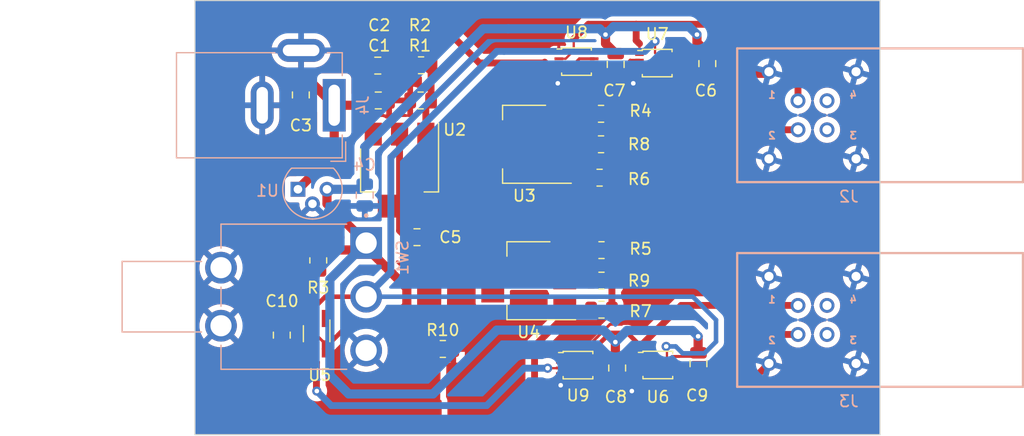
<source format=kicad_pcb>
(kicad_pcb (version 20221018) (generator pcbnew)
  (layers (0 "F.Cu" signal) (31 "B.Cu" signal) (34 "B.Paste" user) (35 "F.Paste" user) (36 "B.SilkS" user "B.Silkscreen") (37 "F.SilkS" user "F.Silkscreen") (38 "B.Mask" user) (39 "F.Mask" user) (44 "Edge.Cuts" user))
  (net 0 "")
  (net 1 "/VIN")
  (net 2 "GND")
  (net 3 "+5V")
  (net 4 "/5V_REG")
  (net 5 "/CH1+")
  (net 6 "/CH1-")
  (net 7 "/CH2+")
  (net 8 "/CH2-")
  (net 9 "Net-(U2-SET)")
  (net 10 "Net-(R4-Pad1)")
  (net 11 "Net-(R4-Pad2)")
  (net 12 "Net-(R5-Pad1)")
  (net 13 "Net-(R5-Pad2)")
  (net 14 "Net-(R6-Pad1)")
  (net 15 "/1mADC_CH1")
  (net 16 "Net-(R7-Pad1)")
  (net 17 "/1mADC_CH2")
  (net 18 "/IN")
  (net 19 "/~{IN}")
  (net 24 "GNDA")
  (footprint "Resistor_SMD:R_0805_2012Metric" (layer "F.Cu") (at 31.816 40.996 180)
    (fp_text reference "R1" (at 0.066 4.801) (layer "F.SilkS"))
    (fp_text value "1M")
    (pad "1" smd roundrect (at -0.9125 0 180) (size 1.025 1.4) (layers "F.Cu" "F.Paste" "F.Mask") (roundrect_rratio 0.243902) (net 9 "Net-(U2-SET)"))
    (pad "2" smd roundrect (at 0.9125 0 180) (size 1.025 1.4) (layers "F.Cu" "F.Paste" "F.Mask") (roundrect_rratio 0.243902) (net 2 "GND"))
  )
  (footprint "Resistor_SMD:R_0805_2012Metric" (layer "F.Cu") (at 47.63825 54.09025)
    (fp_text reference "R5" (at 3.41575 -0.11525) (layer "F.SilkS"))
    (fp_text value "100")
    (pad "1" smd roundrect (at -0.9125 0) (size 1.025 1.4) (layers "F.Cu" "F.Paste" "F.Mask") (roundrect_rratio 0.243902) (net 12 "Net-(R5-Pad1)"))
    (pad "2" smd roundrect (at 0.9125 0) (size 1.025 1.4) (layers "F.Cu" "F.Paste" "F.Mask") (roundrect_rratio 0.243902) (net 13 "Net-(R5-Pad2)"))
  )
  (footprint "Resistor_SMD:R_0805_2012Metric" (layer "F.Cu") (at 47.6 42.164)
    (fp_text reference "R4" (at 3.454 -0.254) (layer "F.SilkS"))
    (fp_text value "100")
    (pad "1" smd roundrect (at -0.9125 0) (size 1.025 1.4) (layers "F.Cu" "F.Paste" "F.Mask") (roundrect_rratio 0.243902) (net 10 "Net-(R4-Pad1)"))
    (pad "2" smd roundrect (at 0.9125 0) (size 1.025 1.4) (layers "F.Cu" "F.Paste" "F.Mask") (roundrect_rratio 0.243902) (net 11 "Net-(R4-Pad2)"))
  )
  (footprint "Package_SO:VSSOP-8_2.4x2.1mm_P0.5mm" (layer "F.Cu") (at 52.567 64.139)
    (fp_text reference "U6" (at 0.011 2.79) (layer "F.SilkS"))
    (fp_text value "TS5A21366")
    (pad "1" smd rect (at -1.55 -0.75) (size 0.75 0.25) (layers "F.Cu" "F.Paste" "F.Mask") (net 7 "/CH2+"))
    (pad "2" smd rect (at -1.55 -0.25) (size 0.75 0.25) (layers "F.Cu" "F.Paste" "F.Mask") (net 17 "/1mADC_CH2"))
    (pad "3" smd rect (at -1.55 0.25) (size 0.75 0.25) (layers "F.Cu" "F.Paste" "F.Mask") (net 18 "/IN"))
    (pad "4" smd rect (at -1.55 0.75) (size 0.75 0.25) (layers "F.Cu" "F.Paste" "F.Mask") (net 2 "GND"))
    (pad "5" smd rect (at 1.55 0.75) (size 0.75 0.25) (layers "F.Cu" "F.Paste" "F.Mask") (net 24 "GNDA"))
    (pad "6" smd rect (at 1.55 0.25) (size 0.75 0.25) (layers "F.Cu" "F.Paste" "F.Mask") (net 8 "/CH2-"))
    (pad "7" smd rect (at 1.55 -0.25) (size 0.75 0.25) (layers "F.Cu" "F.Paste" "F.Mask") (net 18 "/IN"))
    (pad "8" smd rect (at 1.55 -0.75) (size 0.75 0.25) (layers "F.Cu" "F.Paste" "F.Mask") (net 3 "+5V"))
  )
  (footprint "Package_TO_SOT_SMD:SOT-353_SC-70-5_Handsoldering" (layer "F.Cu") (at 22.718 61.401 -90)
    (fp_text reference "U5" (at 3.623 -0.269 -180) (layer "F.SilkS"))
    (fp_text value "74AHC1G04")
    (pad "1" smd rect (at -1.33 -0.65 270) (size 1.5 0.4) (layers "F.Cu" "F.Paste" "F.Mask"))
    (pad "2" smd rect (at -1.33 0 270) (size 1.5 0.4) (layers "F.Cu" "F.Paste" "F.Mask") (net 18 "/IN"))
    (pad "3" smd rect (at -1.33 0.65 270) (size 1.5 0.4) (layers "F.Cu" "F.Paste" "F.Mask") (net 2 "GND"))
    (pad "4" smd rect (at 1.33 0.65 270) (size 1.5 0.4) (layers "F.Cu" "F.Paste" "F.Mask") (net 19 "/~{IN}"))
    (pad "5" smd rect (at 1.33 -0.65 270) (size 1.5 0.4) (layers "F.Cu" "F.Paste" "F.Mask") (net 3 "+5V"))
  )
  (footprint "Resistor_SMD:R_0805_2012Metric" (layer "F.Cu") (at 33.7585 62.738)
    (fp_text reference "R10" (at 0 -1.65) (layer "F.SilkS"))
    (fp_text value "0")
    (pad "1" smd roundrect (at -0.9125 0) (size 1.025 1.4) (layers "F.Cu" "F.Paste" "F.Mask") (roundrect_rratio 0.243902) (net 2 "GND"))
    (pad "2" smd roundrect (at 0.9125 0) (size 1.025 1.4) (layers "F.Cu" "F.Paste" "F.Mask") (roundrect_rratio 0.243902) (net 24 "GNDA"))
  )
  (footprint "Capacitor_SMD:C_0805_2012Metric" (layer "F.Cu") (at 19.67 61.528 90)
    (fp_text reference "C10" (at 2.981 0.015 180) (layer "F.SilkS"))
    (fp_text value "0.1uF")
    (pad "1" smd roundrect (at -0.95 0 90) (size 1 1.45) (layers "F.Cu" "F.Paste" "F.Mask") (net 3 "+5V"))
    (pad "2" smd roundrect (at 0.95 0 90) (size 1 1.45) (layers "F.Cu" "F.Paste" "F.Mask") (net 2 "GND"))
  )
  (footprint "Package_SO:VSSOP-8_2.4x2.1mm_P0.5mm" (layer "F.Cu") (at 45.451 37.596)
    (fp_text reference "U8" (at 0 -2.54) (layer "F.SilkS"))
    (fp_text value "TS5A21366")
    (pad "1" smd rect (at -1.55 -0.75) (size 0.75 0.25) (layers "F.Cu" "F.Paste" "F.Mask") (net 24 "GNDA"))
    (pad "2" smd rect (at -1.55 -0.25) (size 0.75 0.25) (layers "F.Cu" "F.Paste" "F.Mask") (net 5 "/CH1+"))
    (pad "3" smd rect (at -1.55 0.25) (size 0.75 0.25) (layers "F.Cu" "F.Paste" "F.Mask") (net 19 "/~{IN}"))
    (pad "4" smd rect (at -1.55 0.75) (size 0.75 0.25) (layers "F.Cu" "F.Paste" "F.Mask") (net 2 "GND"))
    (pad "5" smd rect (at 1.55 0.75) (size 0.75 0.25) (layers "F.Cu" "F.Paste" "F.Mask") (net 6 "/CH1-"))
    (pad "6" smd rect (at 1.55 0.25) (size 0.75 0.25) (layers "F.Cu" "F.Paste" "F.Mask") (net 15 "/1mADC_CH1"))
    (pad "7" smd rect (at 1.55 -0.25) (size 0.75 0.25) (layers "F.Cu" "F.Paste" "F.Mask") (net 19 "/~{IN}"))
    (pad "8" smd rect (at 1.55 -0.75) (size 0.75 0.25) (layers "F.Cu" "F.Paste" "F.Mask") (net 3 "+5V"))
  )
  (footprint "Resistor_SMD:R_0805_2012Metric" (layer "F.Cu") (at 47.63825 59.29725)
    (fp_text reference "R7" (at 3.41575 0.13875) (layer "F.SilkS"))
    (fp_text value "22K")
    (pad "1" smd roundrect (at -0.9125 0) (size 1.025 1.4) (layers "F.Cu" "F.Paste" "F.Mask") (roundrect_rratio 0.243902) (net 16 "Net-(R7-Pad1)"))
    (pad "2" smd roundrect (at 0.9125 0) (size 1.025 1.4) (layers "F.Cu" "F.Paste" "F.Mask") (roundrect_rratio 0.243902) (net 17 "/1mADC_CH2"))
  )
  (footprint "Capacitor_SMD:C_0805_2012Metric" (layer "F.Cu") (at 48.88 37.85 -90)
    (fp_text reference "C7" (at 2.282 0.112 -180) (layer "F.SilkS"))
    (fp_text value "0.1uF")
    (pad "1" smd roundrect (at -0.95 0 270) (size 1 1.45) (layers "F.Cu" "F.Paste" "F.Mask") (net 3 "+5V"))
    (pad "2" smd roundrect (at 0.95 0 270) (size 1 1.45) (layers "F.Cu" "F.Paste" "F.Mask") (net 2 "GND"))
  )
  (footprint "Capacitor_SMD:C_0805_2012Metric" (layer "F.Cu") (at 49.011 64.405 -90)
    (fp_text reference "C8" (at 2.524 0.116 -180) (layer "F.SilkS"))
    (fp_text value "0.1uF")
    (pad "1" smd roundrect (at -0.95 0 270) (size 1 1.45) (layers "F.Cu" "F.Paste" "F.Mask") (net 3 "+5V"))
    (pad "2" smd roundrect (at 0.95 0 270) (size 1 1.45) (layers "F.Cu" "F.Paste" "F.Mask") (net 2 "GND"))
  )
  (footprint "Capacitor_SMD:C_0805_2012Metric" (layer "F.Cu") (at 56.123 64.024 -90)
    (fp_text reference "C9" (at 2.778 0.116 -180) (layer "F.SilkS"))
    (fp_text value "0.1uF")
    (pad "1" smd roundrect (at -0.95 0 270) (size 1 1.45) (layers "F.Cu" "F.Paste" "F.Mask") (net 3 "+5V"))
    (pad "2" smd roundrect (at 0.95 0 270) (size 1 1.45) (layers "F.Cu" "F.Paste" "F.Mask") (net 2 "GND"))
  )
  (footprint "Package_SO:VSSOP-8_2.4x2.1mm_P0.5mm" (layer "F.Cu") (at 52.5105 37.727)
    (fp_text reference "U7" (at 0 -2.54) (layer "F.SilkS"))
    (fp_text value "TS5A21366")
    (pad "1" smd rect (at -1.55 -0.75) (size 0.75 0.25) (layers "F.Cu" "F.Paste" "F.Mask") (net 5 "/CH1+"))
    (pad "2" smd rect (at -1.55 -0.25) (size 0.75 0.25) (layers "F.Cu" "F.Paste" "F.Mask") (net 15 "/1mADC_CH1"))
    (pad "3" smd rect (at -1.55 0.25) (size 0.75 0.25) (layers "F.Cu" "F.Paste" "F.Mask") (net 18 "/IN"))
    (pad "4" smd rect (at -1.55 0.75) (size 0.75 0.25) (layers "F.Cu" "F.Paste" "F.Mask") (net 2 "GND"))
    (pad "5" smd rect (at 1.55 0.75) (size 0.75 0.25) (layers "F.Cu" "F.Paste" "F.Mask") (net 24 "GNDA"))
    (pad "6" smd rect (at 1.55 0.25) (size 0.75 0.25) (layers "F.Cu" "F.Paste" "F.Mask") (net 6 "/CH1-"))
    (pad "7" smd rect (at 1.55 -0.25) (size 0.75 0.25) (layers "F.Cu" "F.Paste" "F.Mask") (net 18 "/IN"))
    (pad "8" smd rect (at 1.55 -0.75) (size 0.75 0.25) (layers "F.Cu" "F.Paste" "F.Mask") (net 3 "+5V"))
  )
  (footprint "Resistor_SMD:R_0805_2012Metric" (layer "F.Cu") (at 47.63825 56.75725)
    (fp_text reference "R9" (at 3.28875 0.01175) (layer "F.SilkS"))
    (fp_text value "120")
    (pad "1" smd roundrect (at -0.9125 0) (size 1.025 1.4) (layers "F.Cu" "F.Paste" "F.Mask") (roundrect_rratio 0.243902) (net 13 "Net-(R5-Pad2)"))
    (pad "2" smd roundrect (at 0.9125 0) (size 1.025 1.4) (layers "F.Cu" "F.Paste" "F.Mask") (roundrect_rratio 0.243902) (net 17 "/1mADC_CH2"))
  )
  (footprint "Package_TO_SOT_SMD:SOT-223-3_TabPin2" (layer "F.Cu") (at 40.894 44.831 180)
    (fp_text reference "U3" (at 0 -4.5) (layer "F.SilkS"))
    (fp_text value "LT3092xST")
    (pad "1" smd rect (at -3.15 -2.3 180) (size 2 1.5) (layers "F.Cu" "F.Paste" "F.Mask") (net 14 "Net-(R6-Pad1)"))
    (pad "2" smd rect (at -3.15 0 180) (size 2 1.5) (layers "F.Cu" "F.Paste" "F.Mask") (net 10 "Net-(R4-Pad1)"))
    (pad "2" smd rect (at 3.15 0 180) (size 2 3.8) (layers "F.Cu" "F.Paste" "F.Mask") (net 10 "Net-(R4-Pad1)"))
    (pad "3" smd rect (at -3.15 2.3 180) (size 2 1.5) (layers "F.Cu" "F.Paste" "F.Mask") (net 4 "/5V_REG"))
  )
  (footprint "Resistor_SMD:R_0805_2012Metric" (layer "F.Cu") (at 47.6 44.831 180)
    (fp_text reference "R8" (at -3.327 0) (layer "F.SilkS"))
    (fp_text value "120")
    (pad "1" smd roundrect (at -0.9125 0 180) (size 1.025 1.4) (layers "F.Cu" "F.Paste" "F.Mask") (roundrect_rratio 0.243902) (net 11 "Net-(R4-Pad2)"))
    (pad "2" smd roundrect (at 0.9125 0 180) (size 1.025 1.4) (layers "F.Cu" "F.Paste" "F.Mask") (roundrect_rratio 0.243902) (net 15 "/1mADC_CH1"))
  )
  (footprint "Resistor_SMD:R_0805_2012Metric" (layer "F.Cu") (at 47.473 47.752)
    (fp_text reference "R6" (at 3.454 0.127) (layer "F.SilkS"))
    (fp_text value "22K")
    (pad "1" smd roundrect (at -0.9125 0) (size 1.025 1.4) (layers "F.Cu" "F.Paste" "F.Mask") (roundrect_rratio 0.243902) (net 14 "Net-(R6-Pad1)"))
    (pad "2" smd roundrect (at 0.9125 0) (size 1.025 1.4) (layers "F.Cu" "F.Paste" "F.Mask") (roundrect_rratio 0.243902) (net 15 "/1mADC_CH1"))
  )
  (footprint "Resistor_SMD:R_0805_2012Metric" (layer "F.Cu") (at 22.86 54.991 -90)
    (fp_text reference "R3" (at 2.3895 0) (layer "F.SilkS"))
    (fp_text value "10K")
    (pad "1" smd roundrect (at -0.9125 0 270) (size 1.025 1.4) (layers "F.Cu" "F.Paste" "F.Mask") (roundrect_rratio 0.243902) (net 3 "+5V"))
    (pad "2" smd roundrect (at 0.9125 0 270) (size 1.025 1.4) (layers "F.Cu" "F.Paste" "F.Mask") (roundrect_rratio 0.243902) (net 18 "/IN"))
  )
  (footprint "Capacitor_SMD:C_0805_2012Metric" (layer "F.Cu") (at 28.1095 40.996)
    (fp_text reference "C1" (at 0.0845 -4.801) (layer "F.SilkS"))
    (fp_text value "1uF")
    (pad "1" smd roundrect (at -0.95 0) (size 1 1.45) (layers "F.Cu" "F.Paste" "F.Mask") (net 1 "/VIN"))
    (pad "2" smd roundrect (at 0.95 0) (size 1 1.45) (layers "F.Cu" "F.Paste" "F.Mask") (net 2 "GND"))
  )
  (footprint "Capacitor_SMD:C_0805_2012Metric" (layer "F.Cu") (at 56.896 37.773 -90)
    (fp_text reference "C6" (at 2.359 0.127 -180) (layer "F.SilkS"))
    (fp_text value "0.1uF")
    (pad "1" smd roundrect (at -0.95 0 270) (size 1 1.45) (layers "F.Cu" "F.Paste" "F.Mask") (net 3 "+5V"))
    (pad "2" smd roundrect (at 0.95 0 270) (size 1 1.45) (layers "F.Cu" "F.Paste" "F.Mask") (net 2 "GND"))
  )
  (footprint "Resistor_SMD:R_0805_2012Metric" (layer "F.Cu") (at 31.8535 37.919 180)
    (fp_text reference "R2" (at 0.1035 3.502) (layer "F.SilkS"))
    (fp_text value "1M")
    (pad "1" smd roundrect (at -0.9125 0 180) (size 1.025 1.4) (layers "F.Cu" "F.Paste" "F.Mask") (roundrect_rratio 0.243902) (net 9 "Net-(U2-SET)"))
    (pad "2" smd roundrect (at 0.9125 0 180) (size 1.025 1.4) (layers "F.Cu" "F.Paste" "F.Mask") (roundrect_rratio 0.243902) (net 2 "GND"))
  )
  (footprint "Capacitor_SMD:C_0805_2012Metric" (layer "F.Cu") (at 31.496 52.959)
    (fp_text reference "C5" (at 2.921 0) (layer "F.SilkS"))
    (fp_text value "2.2uF")
    (pad "1" smd roundrect (at -0.95 0) (size 1 1.45) (layers "F.Cu" "F.Paste" "F.Mask") (net 4 "/5V_REG"))
    (pad "2" smd roundrect (at 0.95 0) (size 1 1.45) (layers "F.Cu" "F.Paste" "F.Mask") (net 24 "GNDA"))
  )
  (footprint "Capacitor_SMD:C_0805_2012Metric" (layer "F.Cu") (at 28.067 37.948)
    (fp_text reference "C2" (at 0.127 -3.531) (layer "F.SilkS"))
    (fp_text value "0.22uF")
    (pad "1" smd roundrect (at -0.95 0) (size 1 1.45) (layers "F.Cu" "F.Paste" "F.Mask") (net 1 "/VIN"))
    (pad "2" smd roundrect (at 0.95 0) (size 1 1.45) (layers "F.Cu" "F.Paste" "F.Mask") (net 2 "GND"))
  )
  (footprint "Package_TO_SOT_SMD:SOT-223" (layer "F.Cu") (at 29.972 47.092 -90)
    (fp_text reference "U2" (at -3.531 -4.826 -180) (layer "F.SilkS"))
    (fp_text value "LT3080xST")
    (pad "1" smd rect (at -3.15 -2.3 270) (size 2 1.5) (layers "F.Cu" "F.Paste" "F.Mask") (net 9 "Net-(U2-SET)"))
    (pad "2" smd rect (at -3.15 0 270) (size 2 1.5) (layers "F.Cu" "F.Paste" "F.Mask") (net 4 "/5V_REG"))
    (pad "3" smd rect (at -3.15 2.3 270) (size 2 1.5) (layers "F.Cu" "F.Paste" "F.Mask") (net 1 "/VIN"))
    (pad "4" smd rect (at 3.15 0 270) (size 2 3.8) (layers "F.Cu" "F.Paste" "F.Mask") (net 4 "/5V_REG"))
  )
  (footprint "Package_TO_SOT_SMD:SOT-223-3_TabPin2" (layer "F.Cu") (at 41.275 56.769 180)
    (fp_text reference "U4" (at 0 -4.5) (layer "F.SilkS"))
    (fp_text value "LT3092xST")
    (pad "1" smd rect (at -3.15 -2.3 180) (size 2 1.5) (layers "F.Cu" "F.Paste" "F.Mask") (net 16 "Net-(R7-Pad1)"))
    (pad "2" smd rect (at -3.15 0 180) (size 2 1.5) (layers "F.Cu" "F.Paste" "F.Mask") (net 12 "Net-(R5-Pad1)"))
    (pad "2" smd rect (at 3.15 0 180) (size 2 3.8) (layers "F.Cu" "F.Paste" "F.Mask") (net 12 "Net-(R5-Pad1)"))
    (pad "3" smd rect (at -3.15 2.3 180) (size 2 1.5) (layers "F.Cu" "F.Paste" "F.Mask") (net 4 "/5V_REG"))
  )
  (footprint "Capacitor_SMD:C_0805_2012Metric" (layer "F.Cu") (at 21.336 40.513 -90)
    (fp_text reference "C3" (at 2.667 0 -180) (layer "F.SilkS"))
    (fp_text value "C")
    (pad "1" smd roundrect (at -0.95 0 270) (size 1 1.45) (layers "F.Cu" "F.Paste" "F.Mask") (net 1 "/VIN"))
    (pad "2" smd roundrect (at 0.95 0 270) (size 1 1.45) (layers "F.Cu" "F.Paste" "F.Mask") (net 2 "GND"))
  )
  (footprint "Package_SO:VSSOP-8_2.4x2.1mm_P0.5mm" (layer "F.Cu") (at 45.582 64.151)
    (fp_text reference "U9" (at 0.011 2.651) (layer "F.SilkS"))
    (fp_text value "TS5A21366")
    (pad "1" smd rect (at -1.55 -0.75) (size 0.75 0.25) (layers "F.Cu" "F.Paste" "F.Mask") (net 24 "GNDA"))
    (pad "2" smd rect (at -1.55 -0.25) (size 0.75 0.25) (layers "F.Cu" "F.Paste" "F.Mask") (net 7 "/CH2+"))
    (pad "3" smd rect (at -1.55 0.25) (size 0.75 0.25) (layers "F.Cu" "F.Paste" "F.Mask") (net 19 "/~{IN}"))
    (pad "4" smd rect (at -1.55 0.75) (size 0.75 0.25) (layers "F.Cu" "F.Paste" "F.Mask") (net 2 "GND"))
    (pad "5" smd rect (at 1.55 0.75) (size 0.75 0.25) (layers "F.Cu" "F.Paste" "F.Mask") (net 8 "/CH2-"))
    (pad "6" smd rect (at 1.55 0.25) (size 0.75 0.25) (layers "F.Cu" "F.Paste" "F.Mask") (net 17 "/1mADC_CH2"))
    (pad "7" smd rect (at 1.55 -0.25) (size 0.75 0.25) (layers "F.Cu" "F.Paste" "F.Mask") (net 19 "/~{IN}"))
    (pad "8" smd rect (at 1.55 -0.75) (size 0.75 0.25) (layers "F.Cu" "F.Paste" "F.Mask") (net 3 "+5V"))
  )
  (footprint "Fonte-de-corrente-SWLS-complementar:SW_100SP1T2B4M6QE" (layer "B.Cu") (at 27.051 58.166 -90)
    (fp_text reference "SW1" (at -3.425 -3.185 90) (layer "B.SilkS") (effects (justify mirror)))
    (fp_text value "SW_DPDT_x2")
    (pad "1" thru_hole rect (at -4.7 0 270) (size 2.775 2.775) (drill 1.85) (layers "*.Cu" "*.Mask") (net 3 "+5V"))
    (pad "2" thru_hole circle (at 0 0 270) (size 2.775 2.775) (drill 1.85) (layers "*.Cu" "*.Mask") (net 18 "/IN"))
    (pad "3" thru_hole circle (at 4.7 0 270) (size 2.775 2.775) (drill 1.85) (layers "*.Cu" "*.Mask") (net 2 "GND"))
    (pad "S1" thru_hole circle (at -2.54 12.7 270) (size 2.775 2.775) (drill 1.85) (layers "*.Cu" "*.Mask") (net 2 "GND"))
    (pad "S2" thru_hole circle (at 2.54 12.7 270) (size 2.775 2.775) (drill 1.85) (layers "*.Cu" "*.Mask") (net 2 "GND"))
  )
  (footprint "Fonte-de-corrente-SWLS-complementar:EPG.0B.302.HLN" (layer "B.Cu") (at 66.099 60.198)
    (fp_text reference "J3" (at 3.175 7.115 180) (layer "B.SilkS") (effects (justify mirror)))
    (fp_text value "LEMO FFA.0S")
    (fp_text user "3" (at 3.556 1.778 180) (layer "B.SilkS") (effects (font (size 0.629921 0.629921)) (justify mirror)))
    (fp_text user "2" (at -3.556 1.778 180) (layer "B.SilkS") (effects (font (size 0.629921 0.629921)) (justify mirror)))
    (fp_text user "1" (at -3.556 -1.778 180) (layer "B.SilkS") (effects (font (size 0.629921 0.629921)) (justify mirror)))
    (fp_text user "4" (at 3.556 -1.778 180) (layer "B.SilkS") (effects (font (size 0.629921 0.629921)) (justify mirror)))
    (pad "1" thru_hole circle (at -1.27 -1.27 120) (size 1.3 1.3) (drill 0.8) (layers "*.Cu" "*.Mask") (net 7 "/CH2+"))
    (pad "2" thru_hole circle (at -1.27 1.27 120) (size 1.3 1.3) (drill 0.8) (layers "*.Cu" "*.Mask") (net 8 "/CH2-"))
    (pad "3" thru_hole circle (at 1.27 1.27 120) (size 1.3 1.3) (drill 0.8) (layers "*.Cu" "*.Mask"))
    (pad "4" thru_hole circle (at 1.27 -1.27 120) (size 1.3 1.3) (drill 0.8) (layers "*.Cu" "*.Mask"))
    (pad "5" thru_hole circle (at -3.81 -3.81 120) (size 1.3 1.3) (drill 0.8) (layers "*.Cu" "*.Mask") (net 2 "GND"))
    (pad "6" thru_hole circle (at 3.81 -3.81 120) (size 1.3 1.3) (drill 0.8) (layers "*.Cu" "*.Mask") (net 2 "GND"))
    (pad "7" thru_hole circle (at 3.81 3.81 120) (size 1.3 1.3) (drill 0.8) (layers "*.Cu" "*.Mask") (net 2 "GND"))
    (pad "8" thru_hole circle (at -3.81 3.81 120) (size 1.3 1.3) (drill 0.8) (layers "*.Cu" "*.Mask") (net 2 "GND"))
  )
  (footprint "Connector_BarrelJack:BarrelJack_GCT_DCJ200-10-A_Horizontal" (layer "B.Cu") (at 24.257 41.417 90)
    (fp_text reference "J4" (at 0 2.5 270) (layer "B.SilkS") (effects (justify mirror)))
    (fp_text value "Barrel_Jack_Switch")
    (pad "1" thru_hole rect (at 0 0 90) (size 4.6 2) (drill oval 3.6 1) (layers "*.Cu" "*.Mask") (net 1 "/VIN"))
    (pad "2" thru_hole oval (at 0 -6.3 90) (size 4.2 2) (drill oval 3.2 1) (layers "*.Cu" "*.Mask") (net 2 "GND"))
    (pad "3" thru_hole oval (at 4.8 -2.9 90) (size 2 4.2) (drill oval 1 3.2) (layers "*.Cu" "*.Mask") (net 2 "GND"))
  )
  (footprint "Package_TO_SOT_THT:TO-92" (layer "B.Cu") (at 21.082 48.768)
    (fp_text reference "U1" (at -2.667 0.127) (layer "B.SilkS") (effects (justify mirror)))
    (fp_text value "LM78L05")
    (pad "1" thru_hole rect (at 0 0) (size 1.3 1.3) (drill 0.75) (layers "*.Cu" "*.Mask") (net 1 "/VIN"))
    (pad "2" thru_hole circle (at 1.27 1.27) (size 1.3 1.3) (drill 0.75) (layers "*.Cu" "*.Mask") (net 2 "GND"))
    (pad "3" thru_hole circle (at 2.54 0) (size 1.3 1.3) (drill 0.75) (layers "*.Cu" "*.Mask") (net 3 "+5V"))
  )
  (footprint "Capacitor_SMD:C_0805_2012Metric" (layer "B.Cu") (at 26.924 49.276 -90)
    (fp_text reference "C4" (at -2.646 0 -360) (layer "B.SilkS") (effects (justify mirror)))
    (fp_text value "0.1uF")
    (pad "1" smd roundrect (at -0.95 0 270) (size 1 1.45) (layers "B.Cu" "B.Paste" "B.Mask") (net 3 "+5V"))
    (pad "2" smd roundrect (at 0.95 0 270) (size 1 1.45) (layers "B.Cu" "B.Paste" "B.Mask") (net 2 "GND"))
  )
  (footprint "Fonte-de-corrente-SWLS-complementar:EPG.0B.302.HLN" (layer "B.Cu") (at 66.099 42.291)
    (fp_text reference "J2" (at 3.175 7.115 180) (layer "B.SilkS") (effects (justify mirror)))
    (fp_text value "LEMO FFA.0S")
    (fp_text user "2" (at -3.556 1.778 180) (layer "B.SilkS") (effects (font (size 0.629921 0.629921)) (justify mirror)))
    (fp_text user "3" (at 3.556 1.778 180) (layer "B.SilkS") (effects (font (size 0.629921 0.629921)) (justify mirror)))
    (fp_text user "1" (at -3.556 -1.778 180) (layer "B.SilkS") (effects (font (size 0.629921 0.629921)) (justify mirror)))
    (fp_text user "4" (at 3.556 -1.778 180) (layer "B.SilkS") (effects (font (size 0.629921 0.629921)) (justify mirror)))
    (pad "1" thru_hole circle (at -1.27 -1.27 120) (size 1.3 1.3) (drill 0.8) (layers "*.Cu" "*.Mask") (net 5 "/CH1+"))
    (pad "2" thru_hole circle (at -1.27 1.27 120) (size 1.3 1.3) (drill 0.8) (layers "*.Cu" "*.Mask") (net 6 "/CH1-"))
    (pad "3" thru_hole circle (at 1.27 1.27 120) (size 1.3 1.3) (drill 0.8) (layers "*.Cu" "*.Mask"))
    (pad "4" thru_hole circle (at 1.27 -1.27 120) (size 1.3 1.3) (drill 0.8) (layers "*.Cu" "*.Mask"))
    (pad "5" thru_hole circle (at -3.81 -3.81 120) (size 1.3 1.3) (drill 0.8) (layers "*.Cu" "*.Mask") (net 2 "GND"))
    (pad "6" thru_hole circle (at 3.81 -3.81 120) (size 1.3 1.3) (drill 0.8) (layers "*.Cu" "*.Mask") (net 2 "GND"))
    (pad "7" thru_hole circle (at 3.81 3.81 120) (size 1.3 1.3) (drill 0.8) (layers "*.Cu" "*.Mask") (net 2 "GND"))
    (pad "8" thru_hole circle (at -3.81 3.81 120) (size 1.3 1.3) (drill 0.8) (layers "*.Cu" "*.Mask") (net 2 "GND"))
  )
  (gr_rect (start 12.065 32.258) (end 72.009 70.231) (stroke (width 0.1)) (fill none) (layer "Edge.Cuts"))
  (segment (start 27.1595 40.996) (end 27.1595 43.4295) (width 0.6) (layer "F.Cu") (net 1))
  (segment (start 26.7385 41.417) (end 27.1595 40.996) (width 0.8) (layer "F.Cu") (net 1))
  (segment (start 24.257 41.417) (end 24.257 45.593) (width 0.8) (layer "F.Cu") (net 1))
  (segment (start 27.1595 37.9905) (end 27.117 37.948) (width 0.6) (layer "F.Cu") (net 1))
  (segment (start 27.1595 43.4295) (end 27.672 43.942) (width 0.6) (layer "F.Cu") (net 1))
  (segment (start 27.1595 40.996) (end 27.1595 37.9905) (width 0.6) (layer "F.Cu") (net 1))
  (segment (start 24.257 45.593) (end 21.082 48.768) (width 0.8) (layer "F.Cu") (net 1))
  (segment (start 21.336 39.563) (end 22.403 39.563) (width 0.8) (layer "F.Cu") (net 1))
  (segment (start 24.257 41.417) (end 26.7385 41.417) (width 0.8) (layer "F.Cu") (net 1))
  (segment (start 22.403 39.563) (end 24.257 41.417) (width 0.8) (layer "F.Cu") (net 1))
  (segment (start 50.551 65.355) (end 51.017 64.889) (width 0.25) (layer "F.Cu") (net 2))
  (segment (start 43.901 38.346) (end 43.901 39.411) (width 0.25) (layer "F.Cu") (net 2))
  (segment (start 50.9605 38.477) (end 49.203 38.477) (width 0.25) (layer "F.Cu") (net 2))
  (segment (start 49.011 65.355) (end 49.226 65.355) (width 0.25) (layer "F.Cu") (net 2))
  (segment (start 61.323 64.974) (end 62.289 64.008) (width 0.6) (layer "F.Cu") (net 2))
  (segment (start 44.032 65.876) (end 44.069 65.913) (width 0.25) (layer "F.Cu") (net 2))
  (segment (start 22.352 50.038) (end 21.209 51.181) (width 0.4) (layer "F.Cu") (net 2))
  (segment (start 48.88 38.8) (end 49.722 38.8) (width 0.4) (layer "F.Cu") (net 2))
  (segment (start 44.032 64.901) (end 44.032 65.876) (width 0.25) (layer "F.Cu") (net 2))
  (segment (start 49.722 38.8) (end 50.419 39.497) (width 0.4) (layer "F.Cu") (net 2))
  (segment (start 56.123 64.974) (end 61.323 64.974) (width 0.6) (layer "F.Cu") (net 2))
  (segment (start 49.203 38.477) (end 48.88 38.8) (width 0.25) (layer "F.Cu") (net 2))
  (segment (start 49.226 65.355) (end 50.292 66.421) (width 0.4) (layer "F.Cu") (net 2))
  (segment (start 43.901 39.411) (end 43.815 39.497) (width 0.25) (layer "F.Cu") (net 2))
  (segment (start 56.896 38.723) (end 62.047 38.723) (width 0.6) (layer "F.Cu") (net 2))
  (segment (start 22.068 60.071) (end 21.209 60.071) (width 0.4) (layer "F.Cu") (net 2))
  (segment (start 62.047 38.723) (end 62.289 38.481) (width 0.6) (layer "F.Cu") (net 2))
  (segment (start 49.011 65.355) (end 50.551 65.355) (width 0.25) (layer "F.Cu") (net 2))
  (via (at 44.069 65.913) (size 0.8) (drill 0.4) (layers "F.Cu" "B.Cu") (net 2))
  (via (at 43.815 39.497) (size 0.8) (drill 0.4) (layers "F.Cu" "B.Cu") (net 2))
  (via (at 50.419 39.497) (size 0.8) (drill 0.4) (layers "F.Cu" "B.Cu") (net 2))
  (via (at 50.292 66.421) (size 0.8) (drill 0.4) (layers "F.Cu" "B.Cu") (net 2))
  (segment (start 28.956 60.579) (end 25.52 60.579) (width 0.4) (layer "F.Cu") (net 3))
  (segment (start 55.992 35.919) (end 56.896 36.823) (width 0.8) (layer "F.Cu") (net 3))
  (segment (start 47.991 36.011) (end 48.88 36.9) (width 0.8) (layer "F.Cu") (net 3))
  (segment (start 56.896 36.823) (end 56.742 36.977) (width 0.25) (layer "F.Cu") (net 3))
  (segment (start 48.826 36.846) (end 48.88 36.9) (width 0.25) (layer "F.Cu") (net 3))
  (segment (start 23.368 62.731) (end 23.368 62.181) (width 0.25) (layer "F.Cu") (net 3))
  (segment (start 48.852472 63.296472) (end 49.011 63.455) (width 0.8) (layer "F.Cu") (net 3))
  (segment (start 55.992 35.233) (end 55.992 35.919) (width 0.8) (layer "F.Cu") (net 3))
  (segment (start 22.588 61.401) (end 20.747 61.401) (width 0.25) (layer "F.Cu") (net 3))
  (segment (start 47.132 63.401) (end 48.957 63.401) (width 0.25) (layer "F.Cu") (net 3))
  (segment (start 23.622 48.768) (end 23.622 50.037) (width 0.8) (layer "F.Cu") (net 3))
  (segment (start 23.368 62.181) (end 22.588 61.401) (width 0.25) (layer "F.Cu") (net 3))
  (segment (start 30.607 58.928) (end 28.956 60.579) (width 0.8) (layer "F.Cu") (net 3))
  (segment (start 54.117 63.389) (end 55.808 63.389) (width 0.25) (layer "F.Cu") (net 3))
  (segment (start 20.747 61.401) (end 19.67 62.478) (width 0.25) (layer "F.Cu") (net 3))
  (segment (start 56.742 36.977) (end 54.0605 36.977) (width 0.25) (layer "F.Cu") (net 3))
  (segment (start 56.091472 61.627) (end 56.091472 63.042472) (width 0.8) (layer "F.Cu") (net 3))
  (segment (start 25.52 60.579) (end 23.368 62.731) (width 0.4) (layer "F.Cu") (net 3))
  (segment (start 55.808 63.389) (end 56.123 63.074) (width 0.25) (layer "F.Cu") (net 3))
  (segment (start 23.622 50.037) (end 27.051 53.466) (width 0.8) (layer "F.Cu") (net 3))
  (segment (start 26.4385 54.0785) (end 27.051 53.466) (width 0.8) (layer "F.Cu") (net 3))
  (segment (start 47.001 36.846) (end 48.826 36.846) (width 0.25) (layer "F.Cu") (net 3))
  (segment (start 22.86 54.0785) (end 26.4385 54.0785) (width 0.8) (layer "F.Cu") (net 3))
  (segment (start 56.091472 63.042472) (end 56.123 63.074) (width 0.8) (layer "F.Cu") (net 3))
  (segment (start 30.607 57.404) (end 30.607 58.928) (width 0.8) (layer "F.Cu") (net 3))
  (segment (start 48.957 63.401) (end 49.011 63.455) (width 0.25) (layer "F.Cu") (net 3))
  (segment (start 47.991 35.233) (end 47.991 36.011) (width 0.8) (layer "F.Cu") (net 3))
  (segment (start 27.051 53.466) (end 27.051 53.848) (width 0.8) (layer "F.Cu") (net 3))
  (segment (start 48.852472 62.135) (end 48.852472 63.296472) (width 0.8) (layer "F.Cu") (net 3))
  (segment (start 27.051 53.848) (end 30.607 57.404) (width 0.8) (layer "F.Cu") (net 3))
  (via (at 48.852472 62.135) (size 0.8) (drill 0.4) (layers "F.Cu" "B.Cu") (net 3))
  (via (at 47.991 35.233) (size 0.8) (drill 0.4) (layers "F.Cu" "B.Cu") (net 3))
  (via (at 56.091472 61.627) (size 0.8) (drill 0.4) (layers "F.Cu" "B.Cu") (net 3))
  (via (at 55.992 35.233) (size 0.8) (drill 0.4) (layers "F.Cu" "B.Cu") (net 3))
  (segment (start 48.68 34.544) (end 55.303 34.544) (width 0.8) (layer "B.Cu") (net 3))
  (segment (start 26.924 45.085) (end 26.924 48.326) (width 0.8) (layer "B.Cu") (net 3))
  (segment (start 47.483 34.725) (end 39.482 34.725) (width 0.8) (layer "B.Cu") (net 3))
  (segment (start 38.481 61.087) (end 32.893 66.675) (width 0.8) (layer "B.Cu") (net 3))
  (segment (start 23.876 56.641) (end 27.051 53.466) (width 0.8) (layer "B.Cu") (net 3))
  (segment (start 47.991 35.233) (end 47.483 34.725) (width 0.8) (layer "B.Cu") (net 3))
  (segment (start 39.482 34.725) (end 37.284 34.725) (width 0.8) (layer "B.Cu") (net 3))
  (segment (start 26.482 48.768) (end 26.924 48.326) (width 0.8) (layer "B.Cu") (net 3))
  (segment (start 47.804472 61.087) (end 38.481 61.087) (width 0.8) (layer "B.Cu") (net 3))
  (segment (start 48.852472 62.135) (end 47.804472 61.087) (width 0.8) (layer "B.Cu") (net 3))
  (segment (start 55.583472 61.119) (end 56.091472 61.627) (width 0.8) (layer "B.Cu") (net 3))
  (segment (start 49.868472 61.119) (end 55.583472 61.119) (width 0.8) (layer "B.Cu") (net 3))
  (segment (start 23.622 48.768) (end 26.482 48.768) (width 0.8) (layer "B.Cu") (net 3))
  (segment (start 48.852472 62.135) (end 49.868472 61.119) (width 0.8) (layer "B.Cu") (net 3))
  (segment (start 37.284 34.725) (end 26.924 45.085) (width 0.8) (layer "B.Cu") (net 3))
  (segment (start 25.527 66.675) (end 23.876 65.024) (width 0.8) (layer "B.Cu") (net 3))
  (segment (start 47.991 35.233) (end 48.68 34.544) (width 0.8) (layer "B.Cu") (net 3))
  (segment (start 55.303 34.544) (end 55.992 35.233) (width 0.8) (layer "B.Cu") (net 3))
  (segment (start 32.893 66.675) (end 25.527 66.675) (width 0.8) (layer "B.Cu") (net 3))
  (segment (start 23.876 65.024) (end 23.876 56.641) (width 0.8) (layer "B.Cu") (net 3))
  (segment (start 35.814 41.021) (end 36.957 39.878) (width 0.6) (layer "F.Cu") (net 4))
  (segment (start 29.972 50.242) (end 33.07 50.242) (width 0.6) (layer "F.Cu") (net 4))
  (segment (start 44.425 52.807) (end 44.425 54.469) (width 0.6) (layer "F.Cu") (net 4))
  (segment (start 30.546 54.549) (end 31.115 55.118) (width 0.6) (layer "F.Cu") (net 4))
  (segment (start 44.044 41.377) (end 44.044 42.531) (width 0.6) (layer "F.Cu") (net 4))
  (segment (start 31.115 55.118) (end 33.782 55.118) (width 0.6) (layer "F.Cu") (net 4))
  (segment (start 29.972 52.385) (end 30.546 52.959) (width 0.6) (layer "F.Cu") (net 4))
  (segment (start 29.972 50.242) (end 29.972 52.385) (width 0.6) (layer "F.Cu") (net 4))
  (segment (start 33.782 55.118) (end 36.83 52.07) (width 0.6) (layer "F.Cu") (net 4))
  (segment (start 43.688 52.07) (end 44.425 52.807) (width 0.6) (layer "F.Cu") (net 4))
  (segment (start 35.814 47.498) (end 35.814 41.021) (width 0.6) (layer "F.Cu") (net 4))
  (segment (start 42.545 39.878) (end 44.044 41.377) (width 0.6) (layer "F.Cu") (net 4))
  (segment (start 29.972 43.942) (end 29.972 50.242) (width 0.6) (layer "F.Cu") (net 4))
  (segment (start 30.546 52.959) (end 30.546 54.549) (width 0.6) (layer "F.Cu") (net 4))
  (segment (start 33.07 50.242) (end 35.814 47.498) (width 0.6) (layer "F.Cu") (net 4))
  (segment (start 36.83 52.07) (end 43.688 52.07) (width 0.6) (layer "F.Cu") (net 4))
  (segment (start 36.957 39.878) (end 42.545 39.878) (width 0.6) (layer "F.Cu") (net 4))
  (segment (start 45.211 35.614) (end 46.492 34.333) (width 0.6) (layer "F.Cu") (net 5))
  (segment (start 43.901 37.346) (end 44.501 37.346) (width 0.2) (layer "F.Cu") (net 5))
  (segment (start 45.211 36.636) (end 45.211 35.614) (width 0.2) (layer "F.Cu") (net 5))
  (segment (start 62.019 34.333) (end 64.829 37.143) (width 0.6) (layer "F.Cu") (net 5))
  (segment (start 44.501 37.346) (end 45.211 36.636) (width 0.2) (layer "F.Cu") (net 5))
  (segment (start 50.673 35.742) (end 50.9605 36.0295) (width 0.6) (layer "F.Cu") (net 5))
  (segment (start 50.9605 36.0295) (end 50.9605 36.977) (width 0.2) (layer "F.Cu") (net 5))
  (segment (start 46.492 34.333) (end 50.673 34.333) (width 0.6) (layer "F.Cu") (net 5))
  (segment (start 50.673 34.333) (end 50.673 35.742) (width 0.6) (layer "F.Cu") (net 5))
  (segment (start 64.829 37.143) (end 64.829 41.021) (width 0.6) (layer "F.Cu") (net 5))
  (segment (start 50.673 34.333) (end 62.019 34.333) (width 0.6) (layer "F.Cu") (net 5))
  (segment (start 51.1285 40.259) (end 53.4105 37.977) (width 0.25) (layer "F.Cu") (net 6))
  (segment (start 53.4105 37.977) (end 54.0605 37.977) (width 0.25) (layer "F.Cu") (net 6))
  (segment (start 55.245 38.5115) (end 55.245 39.624) (width 0.25) (layer "F.Cu") (net 6))
  (segment (start 54.0605 37.977) (end 54.7105 37.977) (width 0.25) (layer "F.Cu") (net 6))
  (segment (start 47.001 39) (end 48.26 40.259) (width 0.25) (layer "F.Cu") (net 6))
  (segment (start 55.245 39.624) (end 59.182 43.561) (width 0.6) (layer "F.Cu") (net 6))
  (segment (start 54.7105 37.977) (end 55.245 38.5115) (width 0.25) (layer "F.Cu") (net 6))
  (segment (start 59.182 43.561) (end 64.829 43.561) (width 0.6) (layer "F.Cu") (net 6))
  (segment (start 47.001 38.346) (end 47.001 39) (width 0.25) (layer "F.Cu") (net 6))
  (segment (start 48.26 40.259) (end 51.1285 40.259) (width 0.25) (layer "F.Cu") (net 6))
  (segment (start 51.017 62.521) (end 51.017 63.389) (width 0.2) (layer "F.Cu") (net 7))
  (segment (start 46.99 62.738) (end 48.393 61.335) (width 0.4) (layer "F.Cu") (net 7))
  (segment (start 45.795 62.738) (end 44.632 63.901) (width 0.2) (layer "F.Cu") (net 7))
  (segment (start 45.847 62.738) (end 45.795 62.738) (width 0.2) (layer "F.Cu") (net 7))
  (segment (start 55.118 58.928) (end 64.829 58.928) (width 0.6) (layer "F.Cu") (net 7))
  (segment (start 54.61 58.928) (end 55.118 58.928) (width 0.6) (layer "F.Cu") (net 7))
  (segment (start 51.054 62.484) (end 54.61 58.928) (width 0.6) (layer "F.Cu") (net 7))
  (segment (start 48.393 61.335) (end 49.905 61.335) (width 0.4) (layer "F.Cu") (net 7))
  (segment (start 44.632 63.901) (end 44.032 63.901) (width 0.2) (layer "F.Cu") (net 7))
  (segment (start 51.054 62.484) (end 51.017 62.521) (width 0.2) (layer "F.Cu") (net 7))
  (segment (start 45.847 62.738) (end 46.99 62.738) (width 0.4) (layer "F.Cu") (net 7))
  (segment (start 49.905 61.335) (end 51.054 62.484) (width 0.4) (layer "F.Cu") (net 7))
  (segment (start 55.645827 63.913) (end 57.488472 63.913) (width 0.25) (layer "F.Cu") (net 8))
  (segment (start 47.132 66.436) (end 47.917 67.221) (width 0.4) (layer "F.Cu") (net 8))
  (segment (start 52.959 64.897) (end 53.467 64.389) (width 0.25) (layer "F.Cu") (net 8))
  (segment (start 47.132 64.901) (end 47.132 66.436) (width 0.25) (layer "F.Cu") (net 8))
  (segment (start 55.169827 64.389) (end 55.645827 63.913) (width 0.25) (layer "F.Cu") (net 8))
  (segment (start 59.933472 61.468) (end 60.833 61.468) (width 0.6) (layer "F.Cu") (net 8))
  (segment (start 53.467 64.389) (end 54.117 64.389) (width 0.25) (layer "F.Cu") (net 8))
  (segment (start 57.488472 63.913) (end 59.933472 61.468) (width 0.6) (layer "F.Cu") (net 8))
  (segment (start 52.959 66.04) (end 52.959 64.897) (width 0.25) (layer "F.Cu") (net 8))
  (segment (start 51.778 67.221) (end 52.959 66.04) (width 0.4) (layer "F.Cu") (net 8))
  (segment (start 60.833 61.468) (end 64.829 61.468) (width 0.6) (layer "F.Cu") (net 8))
  (segment (start 54.117 64.389) (end 55.169827 64.389) (width 0.25) (layer "F.Cu") (net 8))
  (segment (start 47.917 67.221) (end 51.778 67.221) (width 0.4) (layer "F.Cu") (net 8))
  (segment (start 32.7285 40.996) (end 32.7285 37.9565) (width 0.6) (layer "F.Cu") (net 9))
  (segment (start 32.272 41.4525) (end 32.7285 40.996) (width 0.6) (layer "F.Cu") (net 9))
  (segment (start 32.272 43.942) (end 32.272 41.4525) (width 0.6) (layer "F.Cu") (net 9))
  (segment (start 32.7285 37.9565) (end 32.766 37.919) (width 0.6) (layer "F.Cu") (net 9))
  (segment (start 44.694 44.831) (end 46.6875 42.8375) (width 0.4) (layer "F.Cu") (net 10))
  (segment (start 46.6875 42.8375) (end 46.6875 42.164) (width 0.4) (layer "F.Cu") (net 10))
  (segment (start 44.044 44.831) (end 44.694 44.831) (width 0.4) (layer "F.Cu") (net 10))
  (segment (start 44.044 44.831) (end 37.744 44.831) (width 0.8) (layer "F.Cu") (net 10))
  (segment (start 48.5125 42.164) (end 48.5125 44.831) (width 0.6) (layer "F.Cu") (net 11))
  (segment (start 44.875 56.769) (end 46.72575 54.91825) (width 0.6) (layer "F.Cu") (net 12))
  (segment (start 44.425 56.769) (end 44.875 56.769) (width 0.6) (layer "F.Cu") (net 12))
  (segment (start 44.425 56.769) (end 38.125 56.769) (width 0.6) (layer "F.Cu") (net 12))
  (segment (start 46.72575 54.91825) (end 46.72575 54.09025) (width 0.6) (layer "F.Cu") (net 12))
  (segment (start 48.55075 54.93225) (end 46.72575 56.75725) (width 0.6) (layer "F.Cu") (net 13))
  (segment (start 48.55075 54.09025) (end 48.55075 54.93225) (width 0.6) (layer "F.Cu") (net 13))
  (segment (start 45.9395 47.131) (end 46.5605 47.752) (width 0.6) (layer "F.Cu") (net 14))
  (segment (start 44.044 47.131) (end 45.9395 47.131) (width 0.6) (layer "F.Cu") (net 14))
  (segment (start 45.72 38.477) (end 46.351 37.846) (width 0.25) (layer "F.Cu") (net 15))
  (segment (start 48.3855 47.752) (end 50.419 45.7185) (width 0.6) (layer "F.Cu") (net 15))
  (segment (start 50.419 45.7185) (end 50.419 42.079) (width 0.6) (layer "F.Cu") (net 15))
  (segment (start 46.6875 44.831) (end 46.6875 46.054) (width 0.6) (layer "F.Cu") (net 15))
  (segment (start 46.6875 46.054) (end 48.3855 47.752) (width 0.6) (layer "F.Cu") (net 15))
  (segment (start 49.773 37.846) (end 50.15 37.469) (width 0.25) (layer "F.Cu") (net 15))
  (segment (start 50.419 42.079) (end 49.304 40.964) (width 0.6) (layer "F.Cu") (net 15))
  (segment (start 50.15 37.469) (end 50.158 37.477) (width 0.25) (layer "F.Cu") (net 15))
  (segment (start 47.187 40.964) (end 45.72 39.497) (width 0.6) (layer "F.Cu") (net 15))
  (segment (start 49.304 40.964) (end 47.187 40.964) (width 0.6) (layer "F.Cu") (net 15))
  (segment (start 45.72 39.497) (end 45.72 38.477) (width 0.25) (layer "F.Cu") (net 15))
  (segment (start 47.001 37.846) (end 49.773 37.846) (width 0.25) (layer "F.Cu") (net 15))
  (segment (start 50.158 37.477) (end 50.9605 37.477) (width 0.25) (layer "F.Cu") (net 15))
  (segment (start 46.351 37.846) (end 47.001 37.846) (width 0.25) (layer "F.Cu") (net 15))
  (segment (start 44.65325 59.29725) (end 44.425 59.069) (width 0.6) (layer "F.Cu") (net 16))
  (segment (start 46.72575 59.29725) (end 44.65325 59.29725) (width 0.6) (layer "F.Cu") (net 16))
  (segment (start 45.974 66.294) (end 45.974 64.959) (width 0.2) (layer "F.Cu") (net 17))
  (segment (start 41.783 62.484) (end 41.783 65.405) (width 0.6) (layer "F.Cu") (net 17))
  (segment (start 47.35075 60.49725) (end 43.76975 60.49725) (width 0.6) (layer "F.Cu") (net 17))
  (segment (start 43.434 67.056) (end 45.212 67.056) (width 0.6) (layer "F.Cu") (net 17))
  (segment (start 43.76975 60.49725) (end 41.783 62.484) (width 0.6) (layer "F.Cu") (net 17))
  (segment (start 49.777 64.401) (end 50.289 63.889) (width 0.25) (layer "F.Cu") (net 17))
  (segment (start 50.289 63.889) (end 51.017 63.889) (width 0.25) (layer "F.Cu") (net 17))
  (segment (start 46.532 64.401) (end 47.132 64.401) (width 0.2) (layer "F.Cu") (net 17))
  (segment (start 41.783 65.405) (end 43.434 67.056) (width 0.6) (layer "F.Cu") (net 17))
  (segment (start 45.974 64.959) (end 46.532 64.401) (width 0.2) (layer "F.Cu") (net 17))
  (segment (start 48.55075 59.29725) (end 47.35075 60.49725) (width 0.6) (layer "F.Cu") (net 17))
  (segment (start 48.55075 56.75725) (end 48.55075 59.29725) (width 0.6) (layer "F.Cu") (net 17))
  (segment (start 47.132 64.401) (end 49.777 64.401) (width 0.25) (layer "F.Cu") (net 17))
  (segment (start 45.212 67.056) (end 45.974 66.294) (width 0.6) (layer "F.Cu") (net 17))
  (segment (start 52.324 36.842) (end 52.959 37.477) (width 0.2) (layer "F.Cu") (net 18))
  (segment (start 52.959 37.477) (end 54.0605 37.477) (width 0.2) (layer "F.Cu") (net 18))
  (segment (start 52.408472 64.389) (end 52.662472 64.389) (width 0.2) (layer "F.Cu") (net 18))
  (segment (start 22.718 60.071) (end 22.718 56.0455) (width 0.4) (layer "F.Cu") (net 18))
  (segment (start 52.662472 64.389) (end 52.86596 64.389) (width 0.2) (layer "F.Cu") (net 18))
  (segment (start 23.473 58.166) (end 27.051 58.166) (width 0.4) (layer "F.Cu") (net 18))
  (segment (start 22.718 60.071) (end 22.718 58.921) (width 0.4) (layer "F.Cu") (net 18))
  (segment (start 52.86596 64.389) (end 53.36596 63.889) (width 0.2) (layer "F.Cu") (net 18))
  (segment (start 52.312 37.477) (end 52.959 37.477) (width 0.2) (layer "F.Cu") (net 18))
  (segment (start 22.718 58.921) (end 23.473 58.166) (width 0.4) (layer "F.Cu") (net 18))
  (segment (start 52.324 35.814) (end 52.324 36.842) (width 0.2) (layer "F.Cu") (net 18))
  (segment (start 50.9605 37.977) (end 51.812 37.977) (width 0.2) (layer "F.Cu") (net 18))
  (segment (start 53.36596 63.889) (end 54.117 63.889) (width 0.2) (layer "F.Cu") (net 18))
  (segment (start 53.36596 62.584488) (end 53.36596 63.889) (width 0.2) (layer "F.Cu") (net 18))
  (segment (start 22.718 56.0455) (end 22.86 55.9035) (width 0.4) (layer "F.Cu") (net 18))
  (segment (start 51.017 64.389) (end 52.408472 64.389) (width 0.2) (layer "F.Cu") (net 18))
  (segment (start 51.812 37.977) (end 52.312 37.477) (width 0.2) (layer "F.Cu") (net 18))
  (via (at 53.297472 62.516) (size 0.8) (drill 0.4) (layers "F.Cu" "B.Cu") (net 18))
  (via (at 52.324 35.814) (size 0.8) (drill 0.4) (layers "F.Cu" "B.Cu") (net 18))
  (segment (start 39.116 36.703) (end 51.435 36.703) (width 0.6) (layer "B.Cu") (net 18))
  (segment (start 57.658 62.103) (end 56.642 63.119) (width 0.4) (layer "B.Cu") (net 18))
  (segment (start 54.134 62.516) (end 53.297472 62.516) (width 0.4) (layer "B.Cu") (net 18))
  (segment (start 51.435 36.703) (end 52.324 35.814) (width 0.6) (layer "B.Cu") (net 18))
  (segment (start 29.21 56.007) (end 29.21 45.974) (width 0.6) (layer "B.Cu") (net 18))
  (segment (start 57.658 60.198) (end 57.658 62.103) (width 0.4) (layer "B.Cu") (net 18))
  (segment (start 27.051 58.166) (end 29.21 56.007) (width 0.6) (layer "B.Cu") (net 18))
  (segment (start 56.642 63.119) (end 54.737 63.119) (width 0.4) (layer "B.Cu") (net 18))
  (segment (start 29.21 45.974) (end 38.481 36.703) (width 0.6) (layer "B.Cu") (net 18))
  (segment (start 54.737 63.119) (end 54.134 62.516) (width 0.4) (layer "B.Cu") (net 18))
  (segment (start 55.626 58.166) (end 57.658 60.198) (width 0.4) (layer "B.Cu") (net 18))
  (segment (start 27.051 58.166) (end 55.626 58.166) (width 0.4) (layer "B.Cu") (net 18))
  (segment (start 38.481 36.703) (end 39.116 36.703) (width 0.6) (layer "B.Cu") (net 18))
  (segment (start 22.7005 66.3885) (end 22.733 66.421) (width 0.6) (layer "F.Cu") (net 19))
  (segment (start 18.0665 63.9135) (end 22.7005 63.9135) (width 0.6) (layer "F.Cu") (net 19))
  (segment (start 15.857 37.648) (end 15.857 53.041949) (width 0.6) (layer "F.Cu") (net 19))
  (segment (start 36.957 37.719) (end 33.528 34.29) (width 0.6) (layer "F.Cu") (net 19))
  (segment (start 42.926 64.421) (end 44.012 64.421) (width 0.2) (layer "F.Cu") (net 19))
  (segment (start 22.068 63.281) (end 22.7005 63.9135) (width 0.6) (layer "F.Cu") (net 19))
  (segment (start 45.403 64.401) (end 45.903 63.901) (width 0.25) (layer "F.Cu") (net 19))
  (segment (start 44.012 64.421) (end 44.032 64.401) (width 0.2) (layer "F.Cu") (net 19))
  (segment (start 15.857 53.041949) (end 16.764 53.948949) (width 0.6) (layer "F.Cu") (net 19))
  (segment (start 22.068 62.731) (end 22.068 63.281) (width 0.6) (layer "F.Cu") (net 19))
  (segment (start 36.957 37.719) (end 42.599 37.719) (width 0.6) (layer "F.Cu") (net 19))
  (segment (start 42.599 37.719) (end 42.672 37.646) (width 0.6) (layer "F.Cu") (net 19))
  (segment (start 42.911 37.646) (end 43.111 37.846) (width 0.25) (layer "F.Cu") (net 19))
  (segment (start 33.528 34.29) (end 19.215 34.29) (width 0.6) (layer "F.Cu") (net 19))
  (segment (start 16.764 62.611) (end 18.0665 63.9135) (width 0.6) (layer "F.Cu") (net 19))
  (segment (start 42.657 37.646) (end 42.672 37.646) (width 0.25) (layer "F.Cu") (net 19))
  (segment (start 45.201 37.846) (end 45.701 37.346) (width 0.25) (layer "F.Cu") (net 19))
  (segment (start 22.7005 63.9135) (end 22.7005 66.3885) (width 0.6) (layer "F.Cu") (net 19))
  (segment (start 44.032 64.401) (end 45.403 64.401) (width 0.25) (layer "F.Cu") (net 19))
  (segment (start 16.764 53.948949) (end 16.764 62.611) (width 0.6) (layer "F.Cu") (net 19))
  (segment (start 19.215 34.29) (end 15.857 37.648) (width 0.6) (layer "F.Cu") (net 19))
  (segment (start 45.701 37.346) (end 47.001 37.346) (width 0.25) (layer "F.Cu") (net 19))
  (segment (start 43.111 37.846) (end 43.901 37.846) (width 0.25) (layer "F.Cu") (net 19))
  (segment (start 42.672 37.646) (end 42.911 37.646) (width 0.25) (layer "F.Cu") (net 19))
  (segment (start 45.903 63.901) (end 47.132 63.901) (width 0.25) (layer "F.Cu") (net 19))
  (segment (start 43.901 37.846) (end 45.201 37.846) (width 0.25) (layer "F.Cu") (net 19))
  (via (at 42.926 64.421) (size 0.8) (drill 0.4) (layers "F.Cu" "B.Cu") (net 19))
  (via (at 22.733 66.421) (size 0.8) (drill 0.4) (layers "F.Cu" "B.Cu") (net 19))
  (segment (start 42.926 64.421) (end 40.862 64.421) (width 0.6) (layer "B.Cu") (net 19))
  (segment (start 40.862 64.421) (end 37.592 67.691) (width 0.6) (layer "B.Cu") (net 19))
  (segment (start 37.592 67.691) (end 24.003 67.691) (width 0.6) (layer "B.Cu") (net 19))
  (segment (start 24.003 67.691) (end 22.733 66.421) (width 0.6) (layer "B.Cu") (net 19))
  (segment (start 44.032 63.401) (end 45.22 62.213) (width 0.25) (layer "F.Cu") (net 24))
  (segment (start 49.403 60.579) (end 49.657 60.325) (width 0.25) (layer "F.Cu") (net 24))
  (segment (start 48.387 60.579) (end 49.403 60.579) (width 0.25) (layer "F.Cu") (net 24))
  (segment (start 54.0605 39.2015) (end 54.102 39.243) (width 0.25) (layer "F.Cu") (net 24))
  (segment (start 43.901 36.846) (end 43.901 36.322) (width 0.25) (layer "F.Cu") (net 24))
  (segment (start 54.117 65.39) (end 54.102 65.405) (width 0.25) (layer "F.Cu") (net 24))
  (segment (start 46.753 62.213) (end 48.387 60.579) (width 0.25) (layer "F.Cu") (net 24))
  (segment (start 54.117 64.889) (end 54.117 65.39) (width 0.25) (layer "F.Cu") (net 24))
  (segment (start 54.0605 38.477) (end 54.0605 39.2015) (width 0.25) (layer "F.Cu") (net 24))
  (segment (start 43.901 36.154) (end 43.688 35.941) (width 0.25) (layer "F.Cu") (net 24))
  (segment (start 45.22 62.213) (end 46.753 62.213) (width 0.25) (layer "F.Cu") (net 24))
  (zone (net 24) (net_name "GNDA") (layer "F.Cu") (connect_pads (clearance 0.5)) (min_thickness 0.25) (fill yes (thermal_gap 0.5) (thermal_bridge_width 0.5))
    (polygon (pts (xy 25.781 46.609) (xy 33.655 46.609) (xy 33.655 32.385) (xy 72.009 32.258) (xy 72.009 70.231) (xy 33.655 70.358) (xy 33.655 54.991) (xy 25.908 54.991)))
  )
  (zone (net 2) (net_name "GND") (layer "F.Cu") (priority 1) (connect_pads (clearance 0.5)) (min_thickness 0.25) (fill yes (thermal_gap 0.5) (thermal_bridge_width 0.5))
    (polygon (pts (xy 12.065 32.258) (xy 33.655 32.258) (xy 33.655 33.909) (xy 33.655 34.036) (xy 33.655 46.609) (xy 25.781 46.609) (xy 25.908 54.991) (xy 33.655 54.991) (xy 33.528 67.183) (xy 33.655 66.929) (xy 33.655 70.104) (xy 12.065 70.231)))
  )
  (zone (net 2) (net_name "GND") (layer "B.Cu") (priority 2) (connect_pads (clearance 0.5)) (min_thickness 0.25) (fill yes (thermal_gap 0.5) (thermal_bridge_width 0.5))
    (polygon (pts (xy 12.065 32.258) (xy 72.009 32.258) (xy 72.009 70.231) (xy 12.065 70.231)))
  )
)
</source>
